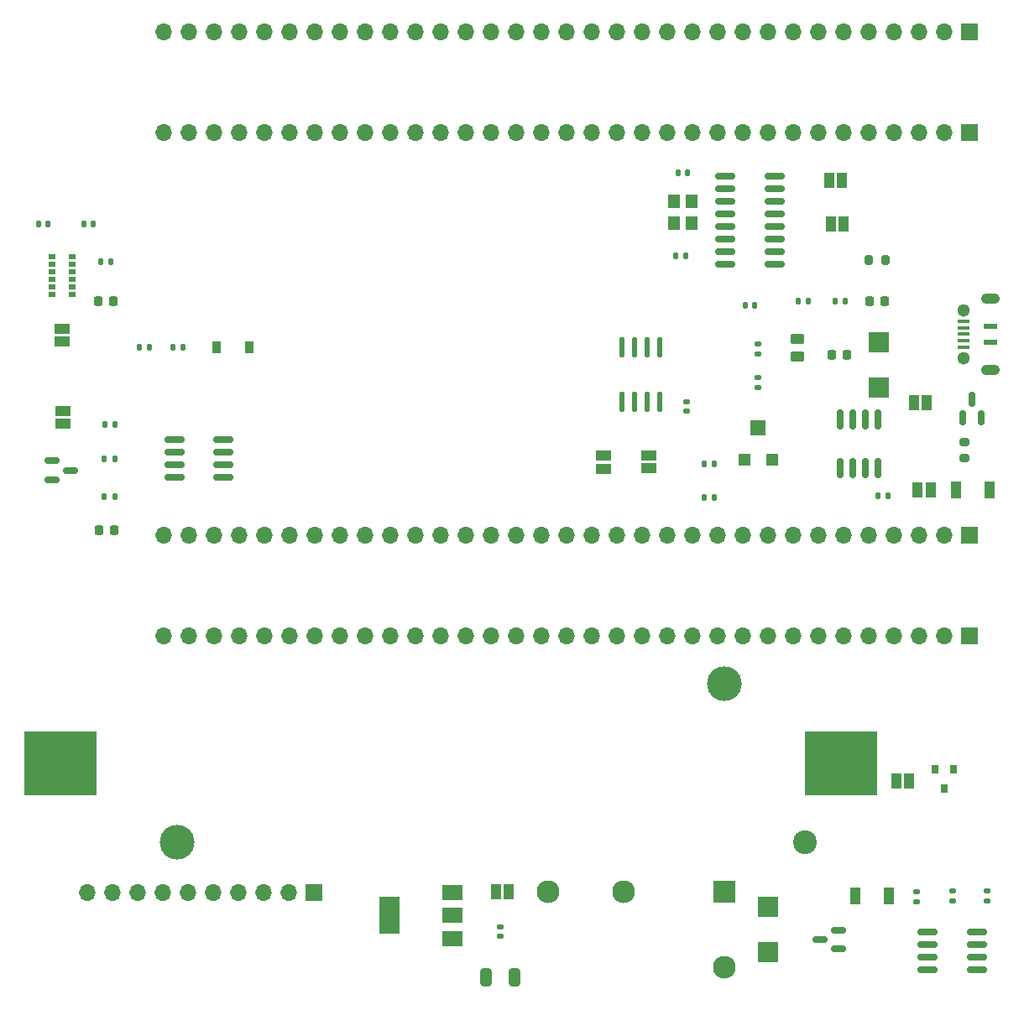
<source format=gbr>
%TF.GenerationSoftware,KiCad,Pcbnew,(6.0.2)*%
%TF.CreationDate,2022-04-04T09:51:22+02:00*%
%TF.ProjectId,main,6d61696e-2e6b-4696-9361-645f70636258,rev?*%
%TF.SameCoordinates,Original*%
%TF.FileFunction,Soldermask,Top*%
%TF.FilePolarity,Negative*%
%FSLAX46Y46*%
G04 Gerber Fmt 4.6, Leading zero omitted, Abs format (unit mm)*
G04 Created by KiCad (PCBNEW (6.0.2)) date 2022-04-04 09:51:22*
%MOMM*%
%LPD*%
G01*
G04 APERTURE LIST*
G04 Aperture macros list*
%AMRoundRect*
0 Rectangle with rounded corners*
0 $1 Rounding radius*
0 $2 $3 $4 $5 $6 $7 $8 $9 X,Y pos of 4 corners*
0 Add a 4 corners polygon primitive as box body*
4,1,4,$2,$3,$4,$5,$6,$7,$8,$9,$2,$3,0*
0 Add four circle primitives for the rounded corners*
1,1,$1+$1,$2,$3*
1,1,$1+$1,$4,$5*
1,1,$1+$1,$6,$7*
1,1,$1+$1,$8,$9*
0 Add four rect primitives between the rounded corners*
20,1,$1+$1,$2,$3,$4,$5,0*
20,1,$1+$1,$4,$5,$6,$7,0*
20,1,$1+$1,$6,$7,$8,$9,0*
20,1,$1+$1,$8,$9,$2,$3,0*%
G04 Aperture macros list end*
%ADD10RoundRect,0.150000X0.825000X0.150000X-0.825000X0.150000X-0.825000X-0.150000X0.825000X-0.150000X0*%
%ADD11C,2.400000*%
%ADD12C,3.500000*%
%ADD13R,7.300000X6.400000*%
%ADD14R,1.500000X1.000000*%
%ADD15R,0.800000X0.900000*%
%ADD16RoundRect,0.140000X-0.140000X-0.170000X0.140000X-0.170000X0.140000X0.170000X-0.140000X0.170000X0*%
%ADD17RoundRect,0.135000X-0.135000X-0.185000X0.135000X-0.185000X0.135000X0.185000X-0.135000X0.185000X0*%
%ADD18RoundRect,0.200000X-0.275000X0.200000X-0.275000X-0.200000X0.275000X-0.200000X0.275000X0.200000X0*%
%ADD19R,1.000000X1.500000*%
%ADD20RoundRect,0.150000X0.150000X-0.587500X0.150000X0.587500X-0.150000X0.587500X-0.150000X-0.587500X0*%
%ADD21R,0.800000X0.550000*%
%ADD22R,1.250000X0.400000*%
%ADD23R,1.350000X0.600000*%
%ADD24C,1.300000*%
%ADD25O,1.900000X1.070000*%
%ADD26RoundRect,0.225000X0.225000X0.250000X-0.225000X0.250000X-0.225000X-0.250000X0.225000X-0.250000X0*%
%ADD27RoundRect,0.135000X0.135000X0.185000X-0.135000X0.185000X-0.135000X-0.185000X0.135000X-0.185000X0*%
%ADD28R,0.900000X1.200000*%
%ADD29RoundRect,0.150000X-0.150000X0.825000X-0.150000X-0.825000X0.150000X-0.825000X0.150000X0.825000X0*%
%ADD30R,1.100000X1.700000*%
%ADD31R,1.700000X1.700000*%
%ADD32O,1.700000X1.700000*%
%ADD33RoundRect,0.150000X-0.587500X-0.150000X0.587500X-0.150000X0.587500X0.150000X-0.587500X0.150000X0*%
%ADD34R,2.000000X2.000000*%
%ADD35RoundRect,0.135000X-0.185000X0.135000X-0.185000X-0.135000X0.185000X-0.135000X0.185000X0.135000X0*%
%ADD36RoundRect,0.218750X-0.218750X-0.256250X0.218750X-0.256250X0.218750X0.256250X-0.218750X0.256250X0*%
%ADD37RoundRect,0.150000X-0.825000X-0.150000X0.825000X-0.150000X0.825000X0.150000X-0.825000X0.150000X0*%
%ADD38R,2.300000X2.300000*%
%ADD39C,2.300000*%
%ADD40RoundRect,0.140000X-0.170000X0.140000X-0.170000X-0.140000X0.170000X-0.140000X0.170000X0.140000X0*%
%ADD41RoundRect,0.200000X-0.200000X-0.275000X0.200000X-0.275000X0.200000X0.275000X-0.200000X0.275000X0*%
%ADD42RoundRect,0.250000X0.325000X0.650000X-0.325000X0.650000X-0.325000X-0.650000X0.325000X-0.650000X0*%
%ADD43RoundRect,0.150000X0.587500X0.150000X-0.587500X0.150000X-0.587500X-0.150000X0.587500X-0.150000X0*%
%ADD44RoundRect,0.135000X0.185000X-0.135000X0.185000X0.135000X-0.185000X0.135000X-0.185000X-0.135000X0*%
%ADD45O,0.588000X2.045000*%
%ADD46RoundRect,0.250000X-0.450000X0.262500X-0.450000X-0.262500X0.450000X-0.262500X0.450000X0.262500X0*%
%ADD47R,1.200000X1.400000*%
%ADD48RoundRect,0.140000X0.140000X0.170000X-0.140000X0.170000X-0.140000X-0.170000X0.140000X-0.170000X0*%
%ADD49R,2.000000X1.500000*%
%ADD50R,2.000000X3.800000*%
%ADD51R,1.200000X1.200000*%
%ADD52R,1.600000X1.500000*%
G04 APERTURE END LIST*
D10*
%TO.C,U3*%
X160675000Y-89445000D03*
X160675000Y-88175000D03*
X160675000Y-86905000D03*
X160675000Y-85635000D03*
X160675000Y-84365000D03*
X160675000Y-83095000D03*
X160675000Y-81825000D03*
X160675000Y-80555000D03*
X155725000Y-80555000D03*
X155725000Y-81825000D03*
X155725000Y-83095000D03*
X155725000Y-84365000D03*
X155725000Y-85635000D03*
X155725000Y-86905000D03*
X155725000Y-88175000D03*
X155725000Y-89445000D03*
%TD*%
D11*
%TO.C,BT1*%
X163700000Y-147800000D03*
D12*
X100400000Y-147800000D03*
X155600000Y-131800000D03*
D13*
X167350000Y-139800000D03*
X88650000Y-139800000D03*
%TD*%
D14*
%TO.C,JP5*%
X88900000Y-104250000D03*
X88900000Y-105550000D03*
%TD*%
D15*
%TO.C,D1*%
X176850000Y-140400000D03*
X177800000Y-142400000D03*
X178750000Y-140400000D03*
%TD*%
D16*
%TO.C,C10*%
X86400000Y-85400000D03*
X87360000Y-85400000D03*
%TD*%
D17*
%TO.C,R15*%
X93090000Y-105600000D03*
X94110000Y-105600000D03*
%TD*%
D18*
%TO.C,R1*%
X179800000Y-107375000D03*
X179800000Y-109025000D03*
%TD*%
D19*
%TO.C,JP7*%
X167450000Y-81000000D03*
X166150000Y-81000000D03*
%TD*%
D20*
%TO.C,Q1*%
X179650000Y-104937500D03*
X181550000Y-104937500D03*
X180600000Y-103062500D03*
%TD*%
D21*
%TO.C,U7*%
X89800000Y-92475000D03*
X89800000Y-91725000D03*
X89800000Y-90975000D03*
X89800000Y-90225000D03*
X89800000Y-89475000D03*
X89800000Y-88725000D03*
X87800000Y-88725000D03*
X87800000Y-89475000D03*
X87800000Y-90225000D03*
X87800000Y-90975000D03*
X87800000Y-91725000D03*
X87800000Y-92475000D03*
%TD*%
D22*
%TO.C,U4*%
X179775000Y-97820000D03*
X179775000Y-97170000D03*
X179775000Y-96520000D03*
X179775000Y-95870000D03*
X179775000Y-95220000D03*
D23*
X182425000Y-97320000D03*
D24*
X179750000Y-94095000D03*
D23*
X182425000Y-95720000D03*
D25*
X182450000Y-100120000D03*
D24*
X179750000Y-98945000D03*
D25*
X182450000Y-92920000D03*
%TD*%
D17*
%TO.C,R7*%
X153580000Y-109600000D03*
X154600000Y-109600000D03*
%TD*%
D26*
%TO.C,C2*%
X167975000Y-98600000D03*
X166425000Y-98600000D03*
%TD*%
D27*
%TO.C,R4*%
X167800000Y-93200000D03*
X166780000Y-93200000D03*
%TD*%
D16*
%TO.C,C6*%
X150720000Y-88600000D03*
X151680000Y-88600000D03*
%TD*%
D14*
%TO.C,JP10*%
X148000000Y-108750000D03*
X148000000Y-110050000D03*
%TD*%
D28*
%TO.C,D7*%
X104350000Y-97800000D03*
X107650000Y-97800000D03*
%TD*%
D29*
%TO.C,U1*%
X171105000Y-105125000D03*
X169835000Y-105125000D03*
X168565000Y-105125000D03*
X167295000Y-105125000D03*
X167295000Y-110075000D03*
X168565000Y-110075000D03*
X169835000Y-110075000D03*
X171105000Y-110075000D03*
%TD*%
D10*
%TO.C,Q3*%
X105075000Y-111005000D03*
X105075000Y-109735000D03*
X105075000Y-108465000D03*
X105075000Y-107195000D03*
X100125000Y-107195000D03*
X100125000Y-108465000D03*
X100125000Y-109735000D03*
X100125000Y-111005000D03*
%TD*%
D17*
%TO.C,R17*%
X93080000Y-112900000D03*
X94100000Y-112900000D03*
%TD*%
%TO.C,R12*%
X96580000Y-97800000D03*
X97600000Y-97800000D03*
%TD*%
D19*
%TO.C,JP8*%
X167650000Y-85400000D03*
X166350000Y-85400000D03*
%TD*%
D14*
%TO.C,JP6*%
X88800000Y-97250000D03*
X88800000Y-95950000D03*
%TD*%
%TO.C,JP9*%
X143400000Y-108800000D03*
X143400000Y-110100000D03*
%TD*%
D30*
%TO.C,D5*%
X172200000Y-153200000D03*
X168800000Y-153200000D03*
%TD*%
D31*
%TO.C,J3*%
X180340000Y-76200000D03*
D32*
X177800000Y-76200000D03*
X175260000Y-76200000D03*
X172720000Y-76200000D03*
X170180000Y-76200000D03*
X167640000Y-76200000D03*
X165100000Y-76200000D03*
X162560000Y-76200000D03*
X160020000Y-76200000D03*
X157480000Y-76200000D03*
X154940000Y-76200000D03*
X152400000Y-76200000D03*
X149860000Y-76200000D03*
X147320000Y-76200000D03*
X144780000Y-76200000D03*
X142240000Y-76200000D03*
X139700000Y-76200000D03*
X137160000Y-76200000D03*
X134620000Y-76200000D03*
X132080000Y-76200000D03*
X129540000Y-76200000D03*
X127000000Y-76200000D03*
X124460000Y-76200000D03*
X121920000Y-76200000D03*
X119380000Y-76200000D03*
X116840000Y-76200000D03*
X114300000Y-76200000D03*
X111760000Y-76200000D03*
X109220000Y-76200000D03*
X106680000Y-76200000D03*
X104140000Y-76200000D03*
X101600000Y-76200000D03*
X99060000Y-76200000D03*
%TD*%
D33*
%TO.C,U8*%
X87800000Y-109300000D03*
X87800000Y-111200000D03*
X89675000Y-110250000D03*
%TD*%
D34*
%TO.C,D2*%
X171200000Y-101900000D03*
X171200000Y-97300000D03*
%TD*%
D27*
%TO.C,R5*%
X164110000Y-93200000D03*
X163090000Y-93200000D03*
%TD*%
D35*
%TO.C,R3*%
X159000000Y-100890000D03*
X159000000Y-101910000D03*
%TD*%
D27*
%TO.C,R8*%
X154620000Y-113000000D03*
X153600000Y-113000000D03*
%TD*%
D34*
%TO.C,D6*%
X160000000Y-154300000D03*
X160000000Y-158900000D03*
%TD*%
D36*
%TO.C,D8*%
X92412500Y-93200000D03*
X93987500Y-93200000D03*
%TD*%
D37*
%TO.C,U6*%
X176125000Y-156895000D03*
X176125000Y-158165000D03*
X176125000Y-159435000D03*
X176125000Y-160705000D03*
X181075000Y-160705000D03*
X181075000Y-159435000D03*
X181075000Y-158165000D03*
X181075000Y-156895000D03*
%TD*%
D17*
%TO.C,R16*%
X93080000Y-109100000D03*
X94100000Y-109100000D03*
%TD*%
D38*
%TO.C,K1*%
X155600000Y-152800000D03*
D39*
X145440000Y-152800000D03*
X137820000Y-152800000D03*
X155600000Y-160420000D03*
%TD*%
D31*
%TO.C,J2*%
X180340000Y-66040000D03*
D32*
X177800000Y-66040000D03*
X175260000Y-66040000D03*
X172720000Y-66040000D03*
X170180000Y-66040000D03*
X167640000Y-66040000D03*
X165100000Y-66040000D03*
X162560000Y-66040000D03*
X160020000Y-66040000D03*
X157480000Y-66040000D03*
X154940000Y-66040000D03*
X152400000Y-66040000D03*
X149860000Y-66040000D03*
X147320000Y-66040000D03*
X144780000Y-66040000D03*
X142240000Y-66040000D03*
X139700000Y-66040000D03*
X137160000Y-66040000D03*
X134620000Y-66040000D03*
X132080000Y-66040000D03*
X129540000Y-66040000D03*
X127000000Y-66040000D03*
X124460000Y-66040000D03*
X121920000Y-66040000D03*
X119380000Y-66040000D03*
X116840000Y-66040000D03*
X114300000Y-66040000D03*
X111760000Y-66040000D03*
X109220000Y-66040000D03*
X106680000Y-66040000D03*
X104140000Y-66040000D03*
X101600000Y-66040000D03*
X99060000Y-66040000D03*
%TD*%
D40*
%TO.C,C4*%
X133000000Y-156320000D03*
X133000000Y-157280000D03*
%TD*%
D41*
%TO.C,R6*%
X170175000Y-89000000D03*
X171825000Y-89000000D03*
%TD*%
D19*
%TO.C,JP2*%
X174700000Y-103400000D03*
X176000000Y-103400000D03*
%TD*%
D42*
%TO.C,C5*%
X134475000Y-161400000D03*
X131525000Y-161400000D03*
%TD*%
D36*
%TO.C,D9*%
X92512500Y-116300000D03*
X94087500Y-116300000D03*
%TD*%
D43*
%TO.C,Q2*%
X167137500Y-158550000D03*
X167137500Y-156650000D03*
X165262500Y-157600000D03*
%TD*%
D16*
%TO.C,C11*%
X91000000Y-85400000D03*
X91960000Y-85400000D03*
%TD*%
D44*
%TO.C,R10*%
X182100000Y-153710000D03*
X182100000Y-152690000D03*
%TD*%
D31*
%TO.C,J5*%
X180340000Y-127000000D03*
D32*
X177800000Y-127000000D03*
X175260000Y-127000000D03*
X172720000Y-127000000D03*
X170180000Y-127000000D03*
X167640000Y-127000000D03*
X165100000Y-127000000D03*
X162560000Y-127000000D03*
X160020000Y-127000000D03*
X157480000Y-127000000D03*
X154940000Y-127000000D03*
X152400000Y-127000000D03*
X149860000Y-127000000D03*
X147320000Y-127000000D03*
X144780000Y-127000000D03*
X142240000Y-127000000D03*
X139700000Y-127000000D03*
X137160000Y-127000000D03*
X134620000Y-127000000D03*
X132080000Y-127000000D03*
X129540000Y-127000000D03*
X127000000Y-127000000D03*
X124460000Y-127000000D03*
X121920000Y-127000000D03*
X119380000Y-127000000D03*
X116840000Y-127000000D03*
X114300000Y-127000000D03*
X111760000Y-127000000D03*
X109220000Y-127000000D03*
X106680000Y-127000000D03*
X104140000Y-127000000D03*
X101600000Y-127000000D03*
X99060000Y-127000000D03*
%TD*%
D45*
%TO.C,U5*%
X149105000Y-97828000D03*
X147835000Y-97828000D03*
X146565000Y-97828000D03*
X145295000Y-97828000D03*
X145295000Y-103372000D03*
X146565000Y-103372000D03*
X147835000Y-103372000D03*
X149105000Y-103372000D03*
%TD*%
D40*
%TO.C,C3*%
X159000000Y-97520000D03*
X159000000Y-98480000D03*
%TD*%
D30*
%TO.C,D3*%
X179000000Y-112200000D03*
X182400000Y-112200000D03*
%TD*%
D19*
%TO.C,JP1*%
X176400000Y-112200000D03*
X175100000Y-112200000D03*
%TD*%
D31*
%TO.C,J4*%
X180340000Y-116840000D03*
D32*
X177800000Y-116840000D03*
X175260000Y-116840000D03*
X172720000Y-116840000D03*
X170180000Y-116840000D03*
X167640000Y-116840000D03*
X165100000Y-116840000D03*
X162560000Y-116840000D03*
X160020000Y-116840000D03*
X157480000Y-116840000D03*
X154940000Y-116840000D03*
X152400000Y-116840000D03*
X149860000Y-116840000D03*
X147320000Y-116840000D03*
X144780000Y-116840000D03*
X142240000Y-116840000D03*
X139700000Y-116840000D03*
X137160000Y-116840000D03*
X134620000Y-116840000D03*
X132080000Y-116840000D03*
X129540000Y-116840000D03*
X127000000Y-116840000D03*
X124460000Y-116840000D03*
X121920000Y-116840000D03*
X119380000Y-116840000D03*
X116840000Y-116840000D03*
X114300000Y-116840000D03*
X111760000Y-116840000D03*
X109220000Y-116840000D03*
X106680000Y-116840000D03*
X104140000Y-116840000D03*
X101600000Y-116840000D03*
X99060000Y-116840000D03*
%TD*%
D31*
%TO.C,J1*%
X114200000Y-152900000D03*
D32*
X111660000Y-152900000D03*
X109120000Y-152900000D03*
X106580000Y-152900000D03*
X104040000Y-152900000D03*
X101500000Y-152900000D03*
X98960000Y-152900000D03*
X96420000Y-152900000D03*
X93880000Y-152900000D03*
X91340000Y-152900000D03*
%TD*%
D46*
%TO.C,R2*%
X163000000Y-96975000D03*
X163000000Y-98800000D03*
%TD*%
D40*
%TO.C,C9*%
X151800000Y-103320000D03*
X151800000Y-104280000D03*
%TD*%
D16*
%TO.C,C8*%
X150920000Y-80200000D03*
X151880000Y-80200000D03*
%TD*%
D44*
%TO.C,R9*%
X178600000Y-153710000D03*
X178600000Y-152690000D03*
%TD*%
D47*
%TO.C,X1*%
X150525000Y-83100000D03*
X150525000Y-85300000D03*
X152275000Y-85300000D03*
X152275000Y-83100000D03*
%TD*%
D48*
%TO.C,C1*%
X172080000Y-112800000D03*
X171120000Y-112800000D03*
%TD*%
D19*
%TO.C,JP3*%
X172950000Y-141600000D03*
X174250000Y-141600000D03*
%TD*%
D17*
%TO.C,R14*%
X92690000Y-89200000D03*
X93710000Y-89200000D03*
%TD*%
D35*
%TO.C,R11*%
X175000000Y-152790000D03*
X175000000Y-153810000D03*
%TD*%
D16*
%TO.C,C7*%
X157720000Y-93600000D03*
X158680000Y-93600000D03*
%TD*%
D17*
%TO.C,R13*%
X99980000Y-97800000D03*
X101000000Y-97800000D03*
%TD*%
D19*
%TO.C,JP4*%
X133850000Y-152800000D03*
X132550000Y-152800000D03*
%TD*%
D49*
%TO.C,U2*%
X128150000Y-157500000D03*
D50*
X121850000Y-155200000D03*
D49*
X128150000Y-155200000D03*
X128150000Y-152900000D03*
%TD*%
D36*
%TO.C,D4*%
X170225000Y-93200000D03*
X171800000Y-93200000D03*
%TD*%
D51*
%TO.C,RV1*%
X160400000Y-109200000D03*
D52*
X159000000Y-105950000D03*
D51*
X157600000Y-109200000D03*
%TD*%
M02*

</source>
